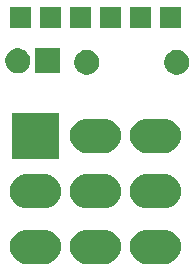
<source format=gbr>
G04 #@! TF.GenerationSoftware,KiCad,Pcbnew,(5.1.5-0-10_14)*
G04 #@! TF.CreationDate,2020-11-20T21:32:41+01:00*
G04 #@! TF.ProjectId,3pdt-minimal,33706474-2d6d-4696-9e69-6d616c2e6b69,rev?*
G04 #@! TF.SameCoordinates,Original*
G04 #@! TF.FileFunction,Soldermask,Top*
G04 #@! TF.FilePolarity,Negative*
%FSLAX46Y46*%
G04 Gerber Fmt 4.6, Leading zero omitted, Abs format (unit mm)*
G04 Created by KiCad (PCBNEW (5.1.5-0-10_14)) date 2020-11-20 21:32:41*
%MOMM*%
%LPD*%
G04 APERTURE LIST*
%ADD10C,0.100000*%
G04 APERTURE END LIST*
D10*
G36*
X120257861Y-66759498D02*
G01*
X120364446Y-66769995D01*
X120637960Y-66852965D01*
X120637963Y-66852966D01*
X120890028Y-66987698D01*
X120890029Y-66987699D01*
X120890033Y-66987701D01*
X121110976Y-67169024D01*
X121292299Y-67389967D01*
X121292301Y-67389971D01*
X121292302Y-67389972D01*
X121427034Y-67642037D01*
X121427035Y-67642040D01*
X121510005Y-67915554D01*
X121538020Y-68200000D01*
X121510005Y-68484446D01*
X121427035Y-68757960D01*
X121427034Y-68757963D01*
X121292302Y-69010028D01*
X121292299Y-69010033D01*
X121110976Y-69230976D01*
X120890033Y-69412299D01*
X120890029Y-69412301D01*
X120890028Y-69412302D01*
X120637963Y-69547034D01*
X120637960Y-69547035D01*
X120364446Y-69630005D01*
X120257861Y-69640502D01*
X120151278Y-69651000D01*
X118608722Y-69651000D01*
X118502139Y-69640502D01*
X118395554Y-69630005D01*
X118122040Y-69547035D01*
X118122037Y-69547034D01*
X117869972Y-69412302D01*
X117869971Y-69412301D01*
X117869967Y-69412299D01*
X117649024Y-69230976D01*
X117467701Y-69010033D01*
X117467698Y-69010028D01*
X117332966Y-68757963D01*
X117332965Y-68757960D01*
X117249995Y-68484446D01*
X117221980Y-68200000D01*
X117249995Y-67915554D01*
X117332965Y-67642040D01*
X117332966Y-67642037D01*
X117467698Y-67389972D01*
X117467699Y-67389971D01*
X117467701Y-67389967D01*
X117649024Y-67169024D01*
X117869967Y-66987701D01*
X117869971Y-66987699D01*
X117869972Y-66987698D01*
X118122037Y-66852966D01*
X118122040Y-66852965D01*
X118395554Y-66769995D01*
X118502139Y-66759498D01*
X118608722Y-66749000D01*
X120151278Y-66749000D01*
X120257861Y-66759498D01*
G37*
G36*
X115177861Y-66759498D02*
G01*
X115284446Y-66769995D01*
X115557960Y-66852965D01*
X115557963Y-66852966D01*
X115810028Y-66987698D01*
X115810029Y-66987699D01*
X115810033Y-66987701D01*
X116030976Y-67169024D01*
X116212299Y-67389967D01*
X116212301Y-67389971D01*
X116212302Y-67389972D01*
X116347034Y-67642037D01*
X116347035Y-67642040D01*
X116430005Y-67915554D01*
X116458020Y-68200000D01*
X116430005Y-68484446D01*
X116347035Y-68757960D01*
X116347034Y-68757963D01*
X116212302Y-69010028D01*
X116212299Y-69010033D01*
X116030976Y-69230976D01*
X115810033Y-69412299D01*
X115810029Y-69412301D01*
X115810028Y-69412302D01*
X115557963Y-69547034D01*
X115557960Y-69547035D01*
X115284446Y-69630005D01*
X115177861Y-69640502D01*
X115071278Y-69651000D01*
X113528722Y-69651000D01*
X113422139Y-69640502D01*
X113315554Y-69630005D01*
X113042040Y-69547035D01*
X113042037Y-69547034D01*
X112789972Y-69412302D01*
X112789971Y-69412301D01*
X112789967Y-69412299D01*
X112569024Y-69230976D01*
X112387701Y-69010033D01*
X112387698Y-69010028D01*
X112252966Y-68757963D01*
X112252965Y-68757960D01*
X112169995Y-68484446D01*
X112141980Y-68200000D01*
X112169995Y-67915554D01*
X112252965Y-67642040D01*
X112252966Y-67642037D01*
X112387698Y-67389972D01*
X112387699Y-67389971D01*
X112387701Y-67389967D01*
X112569024Y-67169024D01*
X112789967Y-66987701D01*
X112789971Y-66987699D01*
X112789972Y-66987698D01*
X113042037Y-66852966D01*
X113042040Y-66852965D01*
X113315554Y-66769995D01*
X113422139Y-66759498D01*
X113528722Y-66749000D01*
X115071278Y-66749000D01*
X115177861Y-66759498D01*
G37*
G36*
X110097861Y-66759498D02*
G01*
X110204446Y-66769995D01*
X110477960Y-66852965D01*
X110477963Y-66852966D01*
X110730028Y-66987698D01*
X110730029Y-66987699D01*
X110730033Y-66987701D01*
X110950976Y-67169024D01*
X111132299Y-67389967D01*
X111132301Y-67389971D01*
X111132302Y-67389972D01*
X111267034Y-67642037D01*
X111267035Y-67642040D01*
X111350005Y-67915554D01*
X111378020Y-68200000D01*
X111350005Y-68484446D01*
X111267035Y-68757960D01*
X111267034Y-68757963D01*
X111132302Y-69010028D01*
X111132299Y-69010033D01*
X110950976Y-69230976D01*
X110730033Y-69412299D01*
X110730029Y-69412301D01*
X110730028Y-69412302D01*
X110477963Y-69547034D01*
X110477960Y-69547035D01*
X110204446Y-69630005D01*
X110097861Y-69640502D01*
X109991278Y-69651000D01*
X108448722Y-69651000D01*
X108342139Y-69640502D01*
X108235554Y-69630005D01*
X107962040Y-69547035D01*
X107962037Y-69547034D01*
X107709972Y-69412302D01*
X107709971Y-69412301D01*
X107709967Y-69412299D01*
X107489024Y-69230976D01*
X107307701Y-69010033D01*
X107307698Y-69010028D01*
X107172966Y-68757963D01*
X107172965Y-68757960D01*
X107089995Y-68484446D01*
X107061980Y-68200000D01*
X107089995Y-67915554D01*
X107172965Y-67642040D01*
X107172966Y-67642037D01*
X107307698Y-67389972D01*
X107307699Y-67389971D01*
X107307701Y-67389967D01*
X107489024Y-67169024D01*
X107709967Y-66987701D01*
X107709971Y-66987699D01*
X107709972Y-66987698D01*
X107962037Y-66852966D01*
X107962040Y-66852965D01*
X108235554Y-66769995D01*
X108342139Y-66759498D01*
X108448722Y-66749000D01*
X109991278Y-66749000D01*
X110097861Y-66759498D01*
G37*
G36*
X115177861Y-62059497D02*
G01*
X115284446Y-62069995D01*
X115557960Y-62152965D01*
X115557963Y-62152966D01*
X115810028Y-62287698D01*
X115810029Y-62287699D01*
X115810033Y-62287701D01*
X116030976Y-62469024D01*
X116212299Y-62689967D01*
X116212301Y-62689971D01*
X116212302Y-62689972D01*
X116347034Y-62942037D01*
X116347035Y-62942040D01*
X116430005Y-63215554D01*
X116458020Y-63500000D01*
X116430005Y-63784446D01*
X116347035Y-64057960D01*
X116347034Y-64057963D01*
X116212302Y-64310028D01*
X116212299Y-64310033D01*
X116030976Y-64530976D01*
X115810033Y-64712299D01*
X115810029Y-64712301D01*
X115810028Y-64712302D01*
X115557963Y-64847034D01*
X115557960Y-64847035D01*
X115284446Y-64930005D01*
X115177861Y-64940502D01*
X115071278Y-64951000D01*
X113528722Y-64951000D01*
X113422139Y-64940502D01*
X113315554Y-64930005D01*
X113042040Y-64847035D01*
X113042037Y-64847034D01*
X112789972Y-64712302D01*
X112789971Y-64712301D01*
X112789967Y-64712299D01*
X112569024Y-64530976D01*
X112387701Y-64310033D01*
X112387698Y-64310028D01*
X112252966Y-64057963D01*
X112252965Y-64057960D01*
X112169995Y-63784446D01*
X112141980Y-63500000D01*
X112169995Y-63215554D01*
X112252965Y-62942040D01*
X112252966Y-62942037D01*
X112387698Y-62689972D01*
X112387699Y-62689971D01*
X112387701Y-62689967D01*
X112569024Y-62469024D01*
X112789967Y-62287701D01*
X112789971Y-62287699D01*
X112789972Y-62287698D01*
X113042037Y-62152966D01*
X113042040Y-62152965D01*
X113315554Y-62069995D01*
X113422139Y-62059497D01*
X113528722Y-62049000D01*
X115071278Y-62049000D01*
X115177861Y-62059497D01*
G37*
G36*
X110097861Y-62059497D02*
G01*
X110204446Y-62069995D01*
X110477960Y-62152965D01*
X110477963Y-62152966D01*
X110730028Y-62287698D01*
X110730029Y-62287699D01*
X110730033Y-62287701D01*
X110950976Y-62469024D01*
X111132299Y-62689967D01*
X111132301Y-62689971D01*
X111132302Y-62689972D01*
X111267034Y-62942037D01*
X111267035Y-62942040D01*
X111350005Y-63215554D01*
X111378020Y-63500000D01*
X111350005Y-63784446D01*
X111267035Y-64057960D01*
X111267034Y-64057963D01*
X111132302Y-64310028D01*
X111132299Y-64310033D01*
X110950976Y-64530976D01*
X110730033Y-64712299D01*
X110730029Y-64712301D01*
X110730028Y-64712302D01*
X110477963Y-64847034D01*
X110477960Y-64847035D01*
X110204446Y-64930005D01*
X110097861Y-64940502D01*
X109991278Y-64951000D01*
X108448722Y-64951000D01*
X108342139Y-64940502D01*
X108235554Y-64930005D01*
X107962040Y-64847035D01*
X107962037Y-64847034D01*
X107709972Y-64712302D01*
X107709971Y-64712301D01*
X107709967Y-64712299D01*
X107489024Y-64530976D01*
X107307701Y-64310033D01*
X107307698Y-64310028D01*
X107172966Y-64057963D01*
X107172965Y-64057960D01*
X107089995Y-63784446D01*
X107061980Y-63500000D01*
X107089995Y-63215554D01*
X107172965Y-62942040D01*
X107172966Y-62942037D01*
X107307698Y-62689972D01*
X107307699Y-62689971D01*
X107307701Y-62689967D01*
X107489024Y-62469024D01*
X107709967Y-62287701D01*
X107709971Y-62287699D01*
X107709972Y-62287698D01*
X107962037Y-62152966D01*
X107962040Y-62152965D01*
X108235554Y-62069995D01*
X108342139Y-62059497D01*
X108448722Y-62049000D01*
X109991278Y-62049000D01*
X110097861Y-62059497D01*
G37*
G36*
X120257861Y-62059497D02*
G01*
X120364446Y-62069995D01*
X120637960Y-62152965D01*
X120637963Y-62152966D01*
X120890028Y-62287698D01*
X120890029Y-62287699D01*
X120890033Y-62287701D01*
X121110976Y-62469024D01*
X121292299Y-62689967D01*
X121292301Y-62689971D01*
X121292302Y-62689972D01*
X121427034Y-62942037D01*
X121427035Y-62942040D01*
X121510005Y-63215554D01*
X121538020Y-63500000D01*
X121510005Y-63784446D01*
X121427035Y-64057960D01*
X121427034Y-64057963D01*
X121292302Y-64310028D01*
X121292299Y-64310033D01*
X121110976Y-64530976D01*
X120890033Y-64712299D01*
X120890029Y-64712301D01*
X120890028Y-64712302D01*
X120637963Y-64847034D01*
X120637960Y-64847035D01*
X120364446Y-64930005D01*
X120257861Y-64940502D01*
X120151278Y-64951000D01*
X118608722Y-64951000D01*
X118502139Y-64940502D01*
X118395554Y-64930005D01*
X118122040Y-64847035D01*
X118122037Y-64847034D01*
X117869972Y-64712302D01*
X117869971Y-64712301D01*
X117869967Y-64712299D01*
X117649024Y-64530976D01*
X117467701Y-64310033D01*
X117467698Y-64310028D01*
X117332966Y-64057963D01*
X117332965Y-64057960D01*
X117249995Y-63784446D01*
X117221980Y-63500000D01*
X117249995Y-63215554D01*
X117332965Y-62942040D01*
X117332966Y-62942037D01*
X117467698Y-62689972D01*
X117467699Y-62689971D01*
X117467701Y-62689967D01*
X117649024Y-62469024D01*
X117869967Y-62287701D01*
X117869971Y-62287699D01*
X117869972Y-62287698D01*
X118122037Y-62152966D01*
X118122040Y-62152965D01*
X118395554Y-62069995D01*
X118502139Y-62059497D01*
X118608722Y-62049000D01*
X120151278Y-62049000D01*
X120257861Y-62059497D01*
G37*
G36*
X111179000Y-60759000D02*
G01*
X107261000Y-60759000D01*
X107261000Y-56841000D01*
X111179000Y-56841000D01*
X111179000Y-60759000D01*
G37*
G36*
X120257861Y-57359497D02*
G01*
X120364446Y-57369995D01*
X120637960Y-57452965D01*
X120637963Y-57452966D01*
X120890028Y-57587698D01*
X120890029Y-57587699D01*
X120890033Y-57587701D01*
X121110976Y-57769024D01*
X121292299Y-57989967D01*
X121292301Y-57989971D01*
X121292302Y-57989972D01*
X121427034Y-58242037D01*
X121427035Y-58242040D01*
X121510005Y-58515554D01*
X121538020Y-58800000D01*
X121510005Y-59084446D01*
X121427035Y-59357960D01*
X121427034Y-59357963D01*
X121292302Y-59610028D01*
X121292299Y-59610033D01*
X121110976Y-59830976D01*
X120890033Y-60012299D01*
X120890029Y-60012301D01*
X120890028Y-60012302D01*
X120637963Y-60147034D01*
X120637960Y-60147035D01*
X120364446Y-60230005D01*
X120257861Y-60240503D01*
X120151278Y-60251000D01*
X118608722Y-60251000D01*
X118502139Y-60240503D01*
X118395554Y-60230005D01*
X118122040Y-60147035D01*
X118122037Y-60147034D01*
X117869972Y-60012302D01*
X117869971Y-60012301D01*
X117869967Y-60012299D01*
X117649024Y-59830976D01*
X117467701Y-59610033D01*
X117467698Y-59610028D01*
X117332966Y-59357963D01*
X117332965Y-59357960D01*
X117249995Y-59084446D01*
X117221980Y-58800000D01*
X117249995Y-58515554D01*
X117332965Y-58242040D01*
X117332966Y-58242037D01*
X117467698Y-57989972D01*
X117467699Y-57989971D01*
X117467701Y-57989967D01*
X117649024Y-57769024D01*
X117869967Y-57587701D01*
X117869971Y-57587699D01*
X117869972Y-57587698D01*
X118122037Y-57452966D01*
X118122040Y-57452965D01*
X118395554Y-57369995D01*
X118502139Y-57359497D01*
X118608722Y-57349000D01*
X120151278Y-57349000D01*
X120257861Y-57359497D01*
G37*
G36*
X115177861Y-57359497D02*
G01*
X115284446Y-57369995D01*
X115557960Y-57452965D01*
X115557963Y-57452966D01*
X115810028Y-57587698D01*
X115810029Y-57587699D01*
X115810033Y-57587701D01*
X116030976Y-57769024D01*
X116212299Y-57989967D01*
X116212301Y-57989971D01*
X116212302Y-57989972D01*
X116347034Y-58242037D01*
X116347035Y-58242040D01*
X116430005Y-58515554D01*
X116458020Y-58800000D01*
X116430005Y-59084446D01*
X116347035Y-59357960D01*
X116347034Y-59357963D01*
X116212302Y-59610028D01*
X116212299Y-59610033D01*
X116030976Y-59830976D01*
X115810033Y-60012299D01*
X115810029Y-60012301D01*
X115810028Y-60012302D01*
X115557963Y-60147034D01*
X115557960Y-60147035D01*
X115284446Y-60230005D01*
X115177861Y-60240503D01*
X115071278Y-60251000D01*
X113528722Y-60251000D01*
X113422139Y-60240503D01*
X113315554Y-60230005D01*
X113042040Y-60147035D01*
X113042037Y-60147034D01*
X112789972Y-60012302D01*
X112789971Y-60012301D01*
X112789967Y-60012299D01*
X112569024Y-59830976D01*
X112387701Y-59610033D01*
X112387698Y-59610028D01*
X112252966Y-59357963D01*
X112252965Y-59357960D01*
X112169995Y-59084446D01*
X112141980Y-58800000D01*
X112169995Y-58515554D01*
X112252965Y-58242040D01*
X112252966Y-58242037D01*
X112387698Y-57989972D01*
X112387699Y-57989971D01*
X112387701Y-57989967D01*
X112569024Y-57769024D01*
X112789967Y-57587701D01*
X112789971Y-57587699D01*
X112789972Y-57587698D01*
X113042037Y-57452966D01*
X113042040Y-57452965D01*
X113315554Y-57369995D01*
X113422139Y-57359497D01*
X113528722Y-57349000D01*
X115071278Y-57349000D01*
X115177861Y-57359497D01*
G37*
G36*
X113844564Y-51567389D02*
G01*
X114035833Y-51646615D01*
X114035835Y-51646616D01*
X114207973Y-51761635D01*
X114354365Y-51908027D01*
X114469385Y-52080167D01*
X114548611Y-52271436D01*
X114589000Y-52474484D01*
X114589000Y-52681516D01*
X114548611Y-52884564D01*
X114521990Y-52948833D01*
X114469384Y-53075835D01*
X114354365Y-53247973D01*
X114207973Y-53394365D01*
X114035835Y-53509384D01*
X114035834Y-53509385D01*
X114035833Y-53509385D01*
X113844564Y-53588611D01*
X113641516Y-53629000D01*
X113434484Y-53629000D01*
X113231436Y-53588611D01*
X113040167Y-53509385D01*
X113040166Y-53509385D01*
X113040165Y-53509384D01*
X112868027Y-53394365D01*
X112721635Y-53247973D01*
X112606616Y-53075835D01*
X112554010Y-52948833D01*
X112527389Y-52884564D01*
X112487000Y-52681516D01*
X112487000Y-52474484D01*
X112527389Y-52271436D01*
X112606615Y-52080167D01*
X112721635Y-51908027D01*
X112868027Y-51761635D01*
X113040165Y-51646616D01*
X113040167Y-51646615D01*
X113231436Y-51567389D01*
X113434484Y-51527000D01*
X113641516Y-51527000D01*
X113844564Y-51567389D01*
G37*
G36*
X121464564Y-51567389D02*
G01*
X121655833Y-51646615D01*
X121655835Y-51646616D01*
X121827973Y-51761635D01*
X121974365Y-51908027D01*
X122089385Y-52080167D01*
X122168611Y-52271436D01*
X122209000Y-52474484D01*
X122209000Y-52681516D01*
X122168611Y-52884564D01*
X122141990Y-52948833D01*
X122089384Y-53075835D01*
X121974365Y-53247973D01*
X121827973Y-53394365D01*
X121655835Y-53509384D01*
X121655834Y-53509385D01*
X121655833Y-53509385D01*
X121464564Y-53588611D01*
X121261516Y-53629000D01*
X121054484Y-53629000D01*
X120851436Y-53588611D01*
X120660167Y-53509385D01*
X120660166Y-53509385D01*
X120660165Y-53509384D01*
X120488027Y-53394365D01*
X120341635Y-53247973D01*
X120226616Y-53075835D01*
X120174010Y-52948833D01*
X120147389Y-52884564D01*
X120107000Y-52681516D01*
X120107000Y-52474484D01*
X120147389Y-52271436D01*
X120226615Y-52080167D01*
X120341635Y-51908027D01*
X120488027Y-51761635D01*
X120660165Y-51646616D01*
X120660167Y-51646615D01*
X120851436Y-51567389D01*
X121054484Y-51527000D01*
X121261516Y-51527000D01*
X121464564Y-51567389D01*
G37*
G36*
X111287000Y-53502000D02*
G01*
X109185000Y-53502000D01*
X109185000Y-51400000D01*
X111287000Y-51400000D01*
X111287000Y-53502000D01*
G37*
G36*
X108002564Y-51440389D02*
G01*
X108193833Y-51519615D01*
X108193835Y-51519616D01*
X108365973Y-51634635D01*
X108512365Y-51781027D01*
X108597224Y-51908027D01*
X108627385Y-51953167D01*
X108706611Y-52144436D01*
X108747000Y-52347484D01*
X108747000Y-52554516D01*
X108706611Y-52757564D01*
X108627385Y-52948833D01*
X108627384Y-52948835D01*
X108512365Y-53120973D01*
X108365973Y-53267365D01*
X108193835Y-53382384D01*
X108193834Y-53382385D01*
X108193833Y-53382385D01*
X108002564Y-53461611D01*
X107799516Y-53502000D01*
X107592484Y-53502000D01*
X107389436Y-53461611D01*
X107198167Y-53382385D01*
X107198166Y-53382385D01*
X107198165Y-53382384D01*
X107026027Y-53267365D01*
X106879635Y-53120973D01*
X106764616Y-52948835D01*
X106764615Y-52948833D01*
X106685389Y-52757564D01*
X106645000Y-52554516D01*
X106645000Y-52347484D01*
X106685389Y-52144436D01*
X106764615Y-51953167D01*
X106794777Y-51908027D01*
X106879635Y-51781027D01*
X107026027Y-51634635D01*
X107198165Y-51519616D01*
X107198167Y-51519615D01*
X107389436Y-51440389D01*
X107592484Y-51400000D01*
X107799516Y-51400000D01*
X108002564Y-51440389D01*
G37*
G36*
X121551000Y-49669000D02*
G01*
X119749000Y-49669000D01*
X119749000Y-47867000D01*
X121551000Y-47867000D01*
X121551000Y-49669000D01*
G37*
G36*
X119011000Y-49669000D02*
G01*
X117209000Y-49669000D01*
X117209000Y-47867000D01*
X119011000Y-47867000D01*
X119011000Y-49669000D01*
G37*
G36*
X116471000Y-49669000D02*
G01*
X114669000Y-49669000D01*
X114669000Y-47867000D01*
X116471000Y-47867000D01*
X116471000Y-49669000D01*
G37*
G36*
X113931000Y-49669000D02*
G01*
X112129000Y-49669000D01*
X112129000Y-47867000D01*
X113931000Y-47867000D01*
X113931000Y-49669000D01*
G37*
G36*
X111391000Y-49669000D02*
G01*
X109589000Y-49669000D01*
X109589000Y-47867000D01*
X111391000Y-47867000D01*
X111391000Y-49669000D01*
G37*
G36*
X108851000Y-49669000D02*
G01*
X107049000Y-49669000D01*
X107049000Y-47867000D01*
X108851000Y-47867000D01*
X108851000Y-49669000D01*
G37*
M02*

</source>
